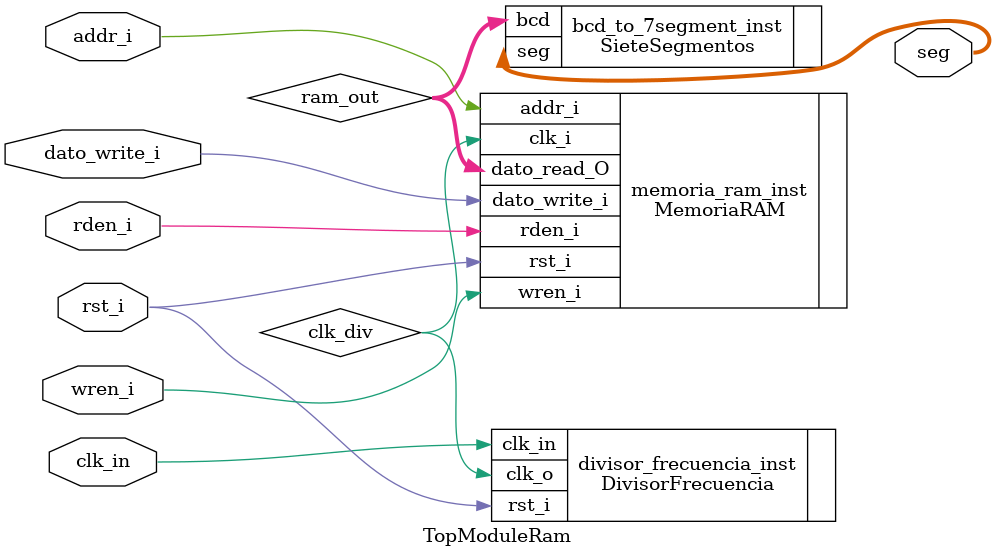
<source format=v>
module TopModuleRam (
    input wire clk_in,      // Reloj de entrada de la FPGA
    input wire rst_i,       // Señal de reinicio
    output wire [6:0] seg,   // Salida al display de 7 segmentos
	 input wire addr_i,
	 input wire rden_i,
	 input wire wren_i,
	 input wire dato_write_i
);

    // Señal de reloj dividido
    wire clk_div;
    wire [3:0] ram_out;

    // Instancia del divisor de frecuencia
    DivisorFrecuencia #(
        .freqdev(10000000),      // Frecuencia de desarrollo, por ejemplo 10 MHz
        .freqfinal(2500000)      // Frecuencia final, por ejemplo 2.5 MHz
    ) divisor_frecuencia_inst (
        .clk_in(clk_in),
        .rst_i(rst_i),
        .clk_o(clk_div)
    );

    // Instancia de la memoria RAM
    MemoriaRAM memoria_ram_inst (
        .clk_i(clk_div),
        .addr_i(addr_i),   // Dirección de ejemplo
        .rst_i(rst_i),
        .rden_i(rden_i),      // Lectura habilitada
        .dato_read_O(ram_out),
        .dato_write_i(dato_write_i), // Datos de ejemplo para escritura
        .wren_i(wren_i)       // Escritura deshabilitada
    );

    // Instancia del convertidor BCD a 7 segmentos
    SieteSegmentos bcd_to_7segment_inst (
        .bcd(ram_out),
        .seg(seg)
    );

endmodule
</source>
